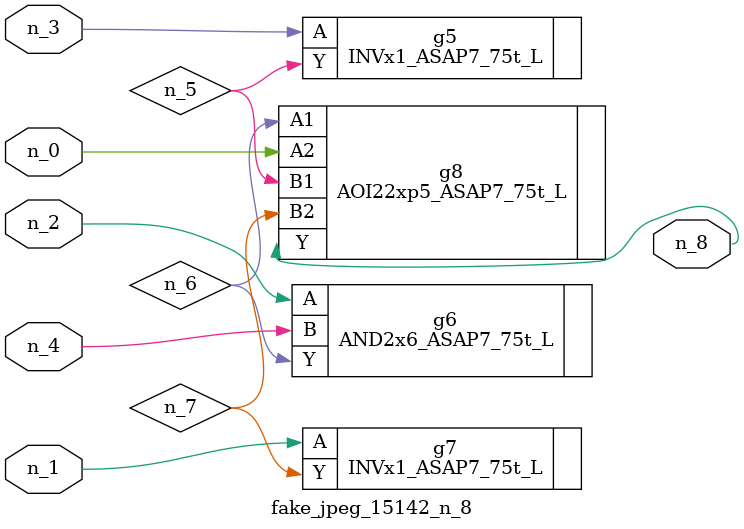
<source format=v>
module fake_jpeg_15142_n_8 (n_3, n_2, n_1, n_0, n_4, n_8);

input n_3;
input n_2;
input n_1;
input n_0;
input n_4;

output n_8;

wire n_6;
wire n_5;
wire n_7;

INVx1_ASAP7_75t_L g5 ( 
.A(n_3),
.Y(n_5)
);

AND2x6_ASAP7_75t_L g6 ( 
.A(n_2),
.B(n_4),
.Y(n_6)
);

INVx1_ASAP7_75t_L g7 ( 
.A(n_1),
.Y(n_7)
);

AOI22xp5_ASAP7_75t_L g8 ( 
.A1(n_6),
.A2(n_0),
.B1(n_5),
.B2(n_7),
.Y(n_8)
);


endmodule
</source>
